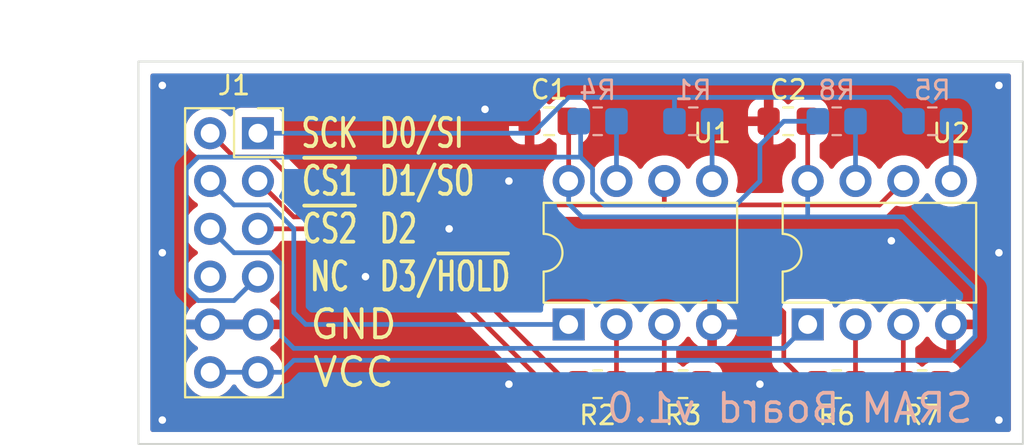
<source format=kicad_pcb>
(kicad_pcb (version 20211014) (generator pcbnew)
  (layers (0 "F.Cu" signal) (31 "B.Cu" signal) (34 "B.Paste" user) (35 "F.Paste" user) (36 "B.SilkS" user "B.Silkscreen") (37 "F.SilkS" user "F.Silkscreen") (38 "B.Mask" user) (39 "F.Mask" user) (44 "Edge.Cuts" user))
  (net 0 "")
  (net 1 "VCC")
  (net 2 "GND")
  (net 4 "Net-(U1-Pad5)")
  (net 5 "Net-(U1-Pad2)")
  (net 6 "Net-(U1-Pad3)")
  (net 7 "Net-(U1-Pad7)")
  (net 8 "Net-(R5-Pad2)")
  (net 9 "Net-(R6-Pad2)")
  (net 10 "Net-(R7-Pad2)")
  (net 11 "Net-(R8-Pad2)")
  (net 12 "/io0{slash}si")
  (net 13 "/io1{slash}so")
  (net 14 "/io2")
  (net 15 "/io3{slash}~{hold}")
  (net 16 "/sck")
  (net 17 "/cs1")
  (net 18 "/cs2")
  (footprint "Resistor_SMD:R_0805_2012Metric_Pad1.20x1.40mm_HandSolder" (layer "F.Cu") (at 152.13 92.075 180)
    (fp_text reference "R3" (at 0 -1.65) (layer "F.SilkS"))
    (fp_text value "1k")
    (fp_line (start -0.227064 -0.735) (end 0.227064 -0.735) (layer "F.SilkS") (width 0.12))
    (fp_line (start -0.227064 0.735) (end 0.227064 0.735) (layer "F.SilkS") (width 0.12))
    (pad "1" smd roundrect (at -1 0 180) (size 1.2 1.4) (layers "F.Cu" "F.Paste" "F.Mask") (roundrect_rratio 0.208333) (net 14 "/io2"))
    (pad "2" smd roundrect (at 1 0 180) (size 1.2 1.4) (layers "F.Cu" "F.Paste" "F.Mask") (roundrect_rratio 0.208333) (net 6 "Net-(U1-Pad3)"))
  )
  (footprint "ModifiedKiCadLibrary:DIP-8_W7.62mm_D1mm" (layer "F.Cu") (at 146.05 88.9 90)
    (fp_text reference "U1" (at 10.16 7.62 180) (layer "F.SilkS"))
    (fp_text value "23LC512")
    (fp_line (start 6.46 -1.33) (end 4.81 -1.33) (layer "F.SilkS") (width 0.12))
    (fp_line (start 1.16 8.95) (end 6.46 8.95) (layer "F.SilkS") (width 0.12))
    (fp_line (start 2.81 -1.33) (end 1.16 -1.33) (layer "F.SilkS") (width 0.12))
    (fp_line (start 6.46 8.95) (end 6.46 -1.33) (layer "F.SilkS") (width 0.12))
    (fp_line (start 1.16 -1.33) (end 1.16 8.95) (layer "F.SilkS") (width 0.12))
    (fp_arc (start 4.81 -1.33) (mid 3.81 -0.33) (end 2.81 -1.33) (layer "F.SilkS") (width 0.12))
    (pad "1" thru_hole rect (at 0 0 90) (size 1.7 1.7) (drill 1) (layers *.Cu *.Mask) (net 17 "/cs1"))
    (pad "2" thru_hole oval (at 0 2.54 90) (size 1.7 1.7) (drill 1) (layers *.Cu *.Mask) (net 5 "Net-(U1-Pad2)"))
    (pad "3" thru_hole oval (at 0 5.08 90) (size 1.7 1.7) (drill 1) (layers *.Cu *.Mask) (net 6 "Net-(U1-Pad3)"))
    (pad "4" thru_hole oval (at 0 7.62 90) (size 1.7 1.7) (drill 1) (layers *.Cu *.Mask) (net 2 "GND"))
    (pad "5" thru_hole oval (at 7.62 7.62 90) (size 1.7 1.7) (drill 1) (layers *.Cu *.Mask) (net 4 "Net-(U1-Pad5)"))
    (pad "6" thru_hole oval (at 7.62 5.08 90) (size 1.7 1.7) (drill 1) (layers *.Cu *.Mask) (net 16 "/sck"))
    (pad "7" thru_hole oval (at 7.62 2.54 90) (size 1.7 1.7) (drill 1) (layers *.Cu *.Mask) (net 7 "Net-(U1-Pad7)"))
    (pad "8" thru_hole oval (at 7.62 0 90) (size 1.7 1.7) (drill 1) (layers *.Cu *.Mask) (net 1 "VCC"))
  )
  (footprint "Resistor_SMD:R_0805_2012Metric_Pad1.20x1.40mm_HandSolder" (layer "F.Cu") (at 147.59 92.075)
    (fp_text reference "R2" (at 0 1.65) (layer "F.SilkS"))
    (fp_text value "1k")
    (fp_line (start -0.227064 0.735) (end 0.227064 0.735) (layer "F.SilkS") (width 0.12))
    (fp_line (start -0.227064 -0.735) (end 0.227064 -0.735) (layer "F.SilkS") (width 0.12))
    (pad "1" smd roundrect (at -1 0) (size 1.2 1.4) (layers "F.Cu" "F.Paste" "F.Mask") (roundrect_rratio 0.208333) (net 13 "/io1{slash}so"))
    (pad "2" smd roundrect (at 1 0) (size 1.2 1.4) (layers "F.Cu" "F.Paste" "F.Mask") (roundrect_rratio 0.208333) (net 5 "Net-(U1-Pad2)"))
  )
  (footprint "Capacitor_SMD:C_0805_2012Metric_Pad1.18x1.45mm_HandSolder" (layer "F.Cu") (at 157.7125 78.105 180)
    (fp_text reference "C2" (at 0 1.68) (layer "F.SilkS"))
    (fp_text value "0.1u")
    (fp_line (start -0.261252 -0.735) (end 0.261252 -0.735) (layer "F.SilkS") (width 0.12))
    (fp_line (start -0.261252 0.735) (end 0.261252 0.735) (layer "F.SilkS") (width 0.12))
    (pad "1" smd roundrect (at -1.0375 0 180) (size 1.175 1.45) (layers "F.Cu" "F.Paste" "F.Mask") (roundrect_rratio 0.212766) (net 1 "VCC"))
    (pad "2" smd roundrect (at 1.0375 0 180) (size 1.175 1.45) (layers "F.Cu" "F.Paste" "F.Mask") (roundrect_rratio 0.212766) (net 2 "GND"))
  )
  (footprint "Capacitor_SMD:C_0805_2012Metric_Pad1.18x1.45mm_HandSolder" (layer "F.Cu") (at 145.0125 78.105 180)
    (fp_text reference "C1" (at 0 1.68) (layer "F.SilkS"))
    (fp_text value "0.1u")
    (fp_line (start -0.261252 0.735) (end 0.261252 0.735) (layer "F.SilkS") (width 0.12))
    (fp_line (start -0.261252 -0.735) (end 0.261252 -0.735) (layer "F.SilkS") (width 0.12))
    (pad "1" smd roundrect (at -1.0375 0 180) (size 1.175 1.45) (layers "F.Cu" "F.Paste" "F.Mask") (roundrect_rratio 0.212766) (net 1 "VCC"))
    (pad "2" smd roundrect (at 1.0375 0 180) (size 1.175 1.45) (layers "F.Cu" "F.Paste" "F.Mask") (roundrect_rratio 0.212766) (net 2 "GND"))
  )
  (footprint "Resistor_SMD:R_0805_2012Metric_Pad1.20x1.40mm_HandSolder" (layer "F.Cu") (at 160.29 92.075)
    (fp_text reference "R6" (at 0 1.65) (layer "F.SilkS"))
    (fp_text value "1k")
    (fp_line (start -0.227064 0.735) (end 0.227064 0.735) (layer "F.SilkS") (width 0.12))
    (fp_line (start -0.227064 -0.735) (end 0.227064 -0.735) (layer "F.SilkS") (width 0.12))
    (pad "1" smd roundrect (at -1 0) (size 1.2 1.4) (layers "F.Cu" "F.Paste" "F.Mask") (roundrect_rratio 0.208333) (net 13 "/io1{slash}so"))
    (pad "2" smd roundrect (at 1 0) (size 1.2 1.4) (layers "F.Cu" "F.Paste" "F.Mask") (roundrect_rratio 0.208333) (net 9 "Net-(R6-Pad2)"))
  )
  (footprint "ModifiedKiCadLibrary:PinSocket_2x06_P2.54mm_Vertical_Top_Bottom" (layer "F.Cu") (at 129.54 78.74)
    (fp_text reference "J1" (at -1.27 -2.54) (layer "F.SilkS"))
    (fp_text value "Conn_02x06_Top_Bottom")
    (fp_line (start -3.87 -1.33) (end -3.87 14.03) (layer "F.SilkS") (width 0.12))
    (fp_line (start 1.33 -1.33) (end 1.33 0) (layer "F.SilkS") (width 0.12))
    (fp_line (start 1.33 1.27) (end 1.33 14.03) (layer "F.SilkS") (width 0.12))
    (fp_line (start -3.87 14.03) (end 1.33 14.03) (layer "F.SilkS") (width 0.12))
    (fp_line (start -3.87 -1.33) (end -1.27 -1.33) (layer "F.SilkS") (width 0.12))
    (fp_line (start -1.27 -1.33) (end -1.27 1.27) (layer "F.SilkS") (width 0.12))
    (fp_line (start 0 -1.33) (end 1.33 -1.33) (layer "F.SilkS") (width 0.12))
    (fp_line (start -1.27 1.27) (end 1.33 1.27) (layer "F.SilkS") (width 0.12))
    (pad "1" thru_hole rect (at 0 0) (size 1.7 1.7) (drill 1) (layers *.Cu *.Mask) (net 12 "/io0{slash}si"))
    (pad "2" thru_hole oval (at 0 2.54) (size 1.7 1.7) (drill 1) (layers *.Cu *.Mask) (net 13 "/io1{slash}so"))
    (pad "3" thru_hole oval (at 0 5.08) (size 1.7 1.7) (drill 1) (layers *.Cu *.Mask) (net 14 "/io2"))
    (pad "4" thru_hole oval (at 0 7.62) (size 1.7 1.7) (drill 1) (layers *.Cu *.Mask) (net 15 "/io3{slash}~{hold}"))
    (pad "5" thru_hole oval (at 0 10.16) (size 1.7 1.7) (drill 1) (layers *.Cu *.Mask) (net 2 "GND"))
    (pad "6" thru_hole oval (at 0 12.7) (size 1.7 1.7) (drill 1) (layers *.Cu *.Mask) (net 1 "VCC"))
    (pad "7" thru_hole oval (at -2.54 0) (size 1.7 1.7) (drill 1) (layers *.Cu *.Mask) (net 16 "/sck"))
    (pad "8" thru_hole oval (at -2.54 2.54) (size 1.7 1.7) (drill 1) (layers *.Cu *.Mask) (net 17 "/cs1"))
    (pad "9" thru_hole oval (at -2.54 5.08) (size 1.7 1.7) (drill 1) (layers *.Cu *.Mask) (net 18 "/cs2"))
    (pad "10" thru_hole oval (at -2.54 7.62) (size 1.7 1.7) (drill 1) (layers *.Cu *.Mask))
    (pad "11" thru_hole oval (at -2.54 10.16) (size 1.7 1.7) (drill 1) (layers *.Cu *.Mask) (net 2 "GND"))
    (pad "12" thru_hole oval (at -2.54 12.7) (size 1.7 1.7) (drill 1) (layers *.Cu *.Mask) (net 1 "VCC"))
  )
  (footprint "Resistor_SMD:R_0805_2012Metric_Pad1.20x1.40mm_HandSolder" (layer "F.Cu") (at 164.83 92.075 180)
    (fp_text reference "R7" (at 0 -1.65) (layer "F.SilkS"))
    (fp_text value "1k")
    (fp_line (start -0.227064 -0.735) (end 0.227064 -0.735) (layer "F.SilkS") (width 0.12))
    (fp_line (start -0.227064 0.735) (end 0.227064 0.735) (layer "F.SilkS") (width 0.12))
    (pad "1" smd roundrect (at -1 0 180) (size 1.2 1.4) (layers "F.Cu" "F.Paste" "F.Mask") (roundrect_rratio 0.208333) (net 14 "/io2"))
    (pad "2" smd roundrect (at 1 0 180) (size 1.2 1.4) (layers "F.Cu" "F.Paste" "F.Mask") (roundrect_rratio 0.208333) (net 10 "Net-(R7-Pad2)"))
  )
  (footprint "ModifiedKiCadLibrary:DIP-8_W7.62mm_D1mm" (layer "F.Cu") (at 158.75 88.9 90)
    (fp_text reference "U2" (at 10.16 7.62 180) (layer "F.SilkS"))
    (fp_text value "23LC512")
    (fp_line (start 1.16 8.95) (end 6.46 8.95) (layer "F.SilkS") (width 0.12))
    (fp_line (start 6.46 -1.33) (end 4.81 -1.33) (layer "F.SilkS") (width 0.12))
    (fp_line (start 6.46 8.95) (end 6.46 -1.33) (layer "F.SilkS") (width 0.12))
    (fp_line (start 2.81 -1.33) (end 1.16 -1.33) (layer "F.SilkS") (width 0.12))
    (fp_line (start 1.16 -1.33) (end 1.16 8.95) (layer "F.SilkS") (width 0.12))
    (fp_arc (start 4.81 -1.33) (mid 3.81 -0.33) (end 2.81 -1.33) (layer "F.SilkS") (width 0.12))
    (pad "1" thru_hole rect (at 0 0 90) (size 1.7 1.7) (drill 1) (layers *.Cu *.Mask) (net 18 "/cs2"))
    (pad "2" thru_hole oval (at 0 2.54 90) (size 1.7 1.7) (drill 1) (layers *.Cu *.Mask) (net 9 "Net-(R6-Pad2)"))
    (pad "3" thru_hole oval (at 0 5.08 90) (size 1.7 1.7) (drill 1) (layers *.Cu *.Mask) (net 10 "Net-(R7-Pad2)"))
    (pad "4" thru_hole oval (at 0 7.62 90) (size 1.7 1.7) (drill 1) (layers *.Cu *.Mask) (net 2 "GND"))
    (pad "5" thru_hole oval (at 7.62 7.62 90) (size 1.7 1.7) (drill 1) (layers *.Cu *.Mask) (net 8 "Net-(R5-Pad2)"))
    (pad "6" thru_hole oval (at 7.62 5.08 90) (size 1.7 1.7) (drill 1) (layers *.Cu *.Mask) (net 16 "/sck"))
    (pad "7" thru_hole oval (at 7.62 2.54 90) (size 1.7 1.7) (drill 1) (layers *.Cu *.Mask) (net 11 "Net-(R8-Pad2)"))
    (pad "8" thru_hole oval (at 7.62 0 90) (size 1.7 1.7) (drill 1) (layers *.Cu *.Mask) (net 1 "VCC"))
  )
  (footprint "Resistor_SMD:R_0805_2012Metric_Pad1.20x1.40mm_HandSolder" (layer "B.Cu") (at 160.29 78.105)
    (fp_text reference "R8" (at 0 -1.65) (layer "B.SilkS") (effects (justify mirror)))
    (fp_text value "1k")
    (fp_line (start -0.227064 -0.735) (end 0.227064 -0.735) (layer "B.SilkS") (width 0.12))
    (fp_line (start -0.227064 0.735) (end 0.227064 0.735) (layer "B.SilkS") (width 0.12))
    (pad "1" smd roundrect (at -1 0) (size 1.2 1.4) (layers "B.Cu" "B.Paste" "B.Mask") (roundrect_rratio 0.208333) (net 15 "/io3{slash}~{hold}"))
    (pad "2" smd roundrect (at 1 0) (size 1.2 1.4) (layers "B.Cu" "B.Paste" "B.Mask") (roundrect_rratio 0.208333) (net 11 "Net-(R8-Pad2)"))
  )
  (footprint "Resistor_SMD:R_0805_2012Metric_Pad1.20x1.40mm_HandSolder" (layer "B.Cu") (at 147.59 78.105)
    (fp_text reference "R4" (at 0 -1.65) (layer "B.SilkS") (effects (justify mirror)))
    (fp_text value "1k")
    (fp_line (start -0.227064 0.735) (end 0.227064 0.735) (layer "B.SilkS") (width 0.12))
    (fp_line (start -0.227064 -0.735) (end 0.227064 -0.735) (layer "B.SilkS") (width 0.12))
    (pad "1" smd roundrect (at -1 0) (size 1.2 1.4) (layers "B.Cu" "B.Paste" "B.Mask") (roundrect_rratio 0.208333) (net 15 "/io3{slash}~{hold}"))
    (pad "2" smd roundrect (at 1 0) (size 1.2 1.4) (layers "B.Cu" "B.Paste" "B.Mask") (roundrect_rratio 0.208333) (net 7 "Net-(U1-Pad7)"))
  )
  (footprint "Resistor_SMD:R_0805_2012Metric_Pad1.20x1.40mm_HandSolder" (layer "B.Cu") (at 152.67 78.105)
    (fp_text reference "R1" (at 0 -1.65) (layer "B.SilkS") (effects (justify mirror)))
    (fp_text value "1k")
    (fp_line (start -0.227064 0.735) (end 0.227064 0.735) (layer "B.SilkS") (width 0.12))
    (fp_line (start -0.227064 -0.735) (end 0.227064 -0.735) (layer "B.SilkS") (width 0.12))
    (pad "1" smd roundrect (at -1 0) (size 1.2 1.4) (layers "B.Cu" "B.Paste" "B.Mask") (roundrect_rratio 0.208333) (net 12 "/io0{slash}si"))
    (pad "2" smd roundrect (at 1 0) (size 1.2 1.4) (layers "B.Cu" "B.Paste" "B.Mask") (roundrect_rratio 0.208333) (net 4 "Net-(U1-Pad5)"))
  )
  (footprint "Resistor_SMD:R_0805_2012Metric_Pad1.20x1.40mm_HandSolder" (layer "B.Cu") (at 165.37 78.105)
    (fp_text reference "R5" (at 0 -1.65) (layer "B.SilkS") (effects (justify mirror)))
    (fp_text value "1k")
    (fp_line (start -0.227064 0.735) (end 0.227064 0.735) (layer "B.SilkS") (width 0.12))
    (fp_line (start -0.227064 -0.735) (end 0.227064 -0.735) (layer "B.SilkS") (width 0.12))
    (pad "1" smd roundrect (at -1 0) (size 1.2 1.4) (layers "B.Cu" "B.Paste" "B.Mask") (roundrect_rratio 0.208333) (net 12 "/io0{slash}si"))
    (pad "2" smd roundrect (at 1 0) (size 1.2 1.4) (layers "B.Cu" "B.Paste" "B.Mask") (roundrect_rratio 0.208333) (net 8 "Net-(R5-Pad2)"))
  )
  (gr_rect (start 123.19 74.93) (end 170.18 95.25) (layer "Edge.Cuts") (width 0.1) (fill none))
  (gr_text "SRAM Board v1.0" (at 167.64 93.345) (layer "B.SilkS") (effects (font (size 1.5 1.5) (thickness 0.2)) (justify left mirror)))
  (gr_text "D2" (at 135.89 83.82) (layer "F.SilkS") (effects (font (size 1.5 1) (thickness 0.2)) (justify left)))
  (gr_text "D0/SI" (at 135.89 78.74) (layer "F.SilkS") (effects (font (size 1.5 1) (thickness 0.2)) (justify left)))
  (gr_text "SCK" (at 133.35 78.74) (layer "F.SilkS") (effects (font (size 1.5 1) (thickness 0.2))))
  (gr_text "~{CS2}" (at 133.35 83.82) (layer "F.SilkS") (effects (font (size 1.5 1) (thickness 0.2))))
  (gr_text "GND" (at 134.62 88.9) (layer "F.SilkS") (effects (font (size 1.5 1.5) (thickness 0.2))))
  (gr_text "D3/~{HOLD}" (at 135.89 86.36) (layer "F.SilkS") (effects (font (size 1.5 1) (thickness 0.2)) (justify left)))
  (gr_text "D1/SO" (at 135.89 81.28) (layer "F.SilkS") (effects (font (size 1.5 1) (thickness 0.2)) (justify left)))
  (gr_text "NC" (at 133.35 86.36) (layer "F.SilkS") (effects (font (size 1.5 1) (thickness 0.2))))
  (gr_text "~{CS1}" (at 133.35 81.28) (layer "F.SilkS") (effects (font (size 1.5 1) (thickness 0.2))))
  (gr_text "VCC" (at 134.62 91.44) (layer "F.SilkS") (effects (font (size 1.5 1.5) (thickness 0.2))))
  (segment (start 146.05 78.105) (end 146.05 81.28) (width 0.25) (layer "F.Cu") (net 1))
  (segment (start 158.75 78.105) (end 158.75 81.28) (width 0.25) (layer "F.Cu") (net 1))
  (segment (start 158.75 83.185) (end 163.83 83.185) (width 0.25) (layer "B.Cu") (net 1))
  (segment (start 158.75 81.28) (end 158.75 83.185) (width 0.25) (layer "B.Cu") (net 1))
  (segment (start 146.752919 83.185) (end 158.75 83.185) (width 0.25) (layer "B.Cu") (net 1))
  (segment (start 167.64 89.535) (end 166.37 90.805) (width 0.25) (layer "B.Cu") (net 1))
  (segment (start 129.54 91.44) (end 130.81 91.44) (width 0.25) (layer "B.Cu") (net 1))
  (segment (start 167.64 86.995) (end 167.64 89.535) (width 0.25) (layer "B.Cu") (net 1))
  (segment (start 166.37 90.805) (end 131.445 90.805) (width 0.25) (layer "B.Cu") (net 1))
  (segment (start 127 91.44) (end 129.54 91.44) (width 0.25) (layer "B.Cu") (net 1))
  (segment (start 163.83 83.185) (end 167.64 86.995) (width 0.25) (layer "B.Cu") (net 1))
  (segment (start 130.81 91.44) (end 131.445 90.805) (width 0.25) (layer "B.Cu") (net 1))
  (segment (start 146.05 82.482081) (end 146.752919 83.185) (width 0.25) (layer "B.Cu") (net 1))
  (segment (start 146.05 81.28) (end 146.05 82.482081) (width 0.25) (layer "B.Cu") (net 1))
  (via (at 168.91 85.09) (size 0.8) (drill 0.4) (layers "F.Cu" "B.Cu") (net 2))
  (via (at 142.875 81.28) (size 0.8) (drill 0.4) (layers "F.Cu" "B.Cu") (net 2))
  (via (at 124.46 85.09) (size 0.8) (drill 0.4) (layers "F.Cu" "B.Cu") (net 2))
  (via (at 168.91 76.2) (size 0.8) (drill 0.4) (layers "F.Cu" "B.Cu") (net 2))
  (via (at 139.7 83.82) (size 0.8) (drill 0.4) (layers "F.Cu" "B.Cu") (net 2))
  (via (at 141.605 77.47) (size 0.8) (drill 0.4) (layers "F.Cu" "B.Cu") (net 2))
  (via (at 124.46 93.98) (size 0.8) (drill 0.4) (layers "F.Cu" "B.Cu") (net 2))
  (via (at 135.255 86.36) (size 0.8) (drill 0.4) (layers "F.Cu" "B.Cu") (net 2))
  (via (at 124.46 76.2) (size 0.8) (drill 0.4) (layers "F.Cu" "B.Cu") (net 2))
  (via (at 142.875 92.075) (size 0.8) (drill 0.4) (layers "F.Cu" "B.Cu") (net 2))
  (via (at 156.21 92.075) (size 0.8) (drill 0.4) (layers "F.Cu" "B.Cu") (net 2))
  (via (at 168.91 93.98) (size 0.8) (drill 0.4) (layers "F.Cu" "B.Cu") (net 2))
  (via (at 163.195 84.455) (size 0.8) (drill 0.4) (layers "F.Cu" "B.Cu") (net 2))
  (segment (start 153.67 78.105) (end 153.67 81.28) (width 0.25) (layer "B.Cu") (net 4))
  (segment (start 148.59 88.9) (end 148.59 92.075) (width 0.25) (layer "F.Cu") (net 5))
  (segment (start 151.13 92.075) (end 151.13 88.9) (width 0.25) (layer "F.Cu") (net 6))
  (segment (start 148.59 78.105) (end 148.59 81.28) (width 0.25) (layer "B.Cu") (net 7))
  (segment (start 166.37 78.105) (end 166.37 81.28) (width 0.25) (layer "B.Cu") (net 8))
  (segment (start 161.29 88.9) (end 161.29 92.075) (width 0.25) (layer "F.Cu") (net 9))
  (segment (start 163.83 88.9) (end 163.83 92.075) (width 0.25) (layer "F.Cu") (net 10))
  (segment (start 161.29 78.105) (end 161.29 81.28) (width 0.25) (layer "B.Cu") (net 11))
  (segment (start 151.67 78.105) (end 151.67 76.835) (width 0.25) (layer "B.Cu") (net 12))
  (segment (start 163.1 76.835) (end 164.37 78.105) (width 0.25) (layer "B.Cu") (net 12))
  (segment (start 144.145 78.74) (end 146.05 76.835) (width 0.25) (layer "B.Cu") (net 12))
  (segment (start 129.54 78.74) (end 144.145 78.74) (width 0.25) (layer "B.Cu") (net 12))
  (segment (start 146.05 76.835) (end 163.1 76.835) (width 0.25) (layer "B.Cu") (net 12))
  (segment (start 131.445 83.185) (end 129.54 81.28) (width 0.25) (layer "F.Cu") (net 13))
  (segment (start 146.59 92.075) (end 146.05 92.075) (width 0.25) (layer "F.Cu") (net 13))
  (segment (start 137.16 83.185) (end 136.525 83.185) (width 0.25) (layer "F.Cu") (net 13))
  (segment (start 157.48 88.265) (end 157.48 90.805) (width 0.25) (layer "F.Cu") (net 13))
  (segment (start 146.05 92.075) (end 144.78 90.805) (width 0.25) (layer "F.Cu") (net 13))
  (segment (start 158.75 92.075) (end 159.29 92.075) (width 0.25) (layer "F.Cu") (net 13))
  (segment (start 141.605 87.63) (end 156.845 87.63) (width 0.25) (layer "F.Cu") (net 13))
  (segment (start 131.445 83.185) (end 136.525 83.185) (width 0.25) (layer "F.Cu") (net 13))
  (segment (start 157.48 90.805) (end 158.75 92.075) (width 0.25) (layer "F.Cu") (net 13))
  (segment (start 156.845 87.63) (end 157.48 88.265) (width 0.25) (layer "F.Cu") (net 13))
  (segment (start 144.78 90.805) (end 137.16 83.185) (width 0.25) (layer "F.Cu") (net 13))
  (segment (start 165.1 93.345) (end 146.05 93.345) (width 0.25) (layer "F.Cu") (net 14))
  (segment (start 153.13 92.075) (end 153.13 93.345) (width 0.25) (layer "F.Cu") (net 14))
  (segment (start 165.83 92.075) (end 165.83 92.615) (width 0.25) (layer "F.Cu") (net 14))
  (segment (start 165.83 92.615) (end 165.1 93.345) (width 0.25) (layer "F.Cu") (net 14))
  (segment (start 136.525 83.82) (end 146.05 93.345) (width 0.25) (layer "F.Cu") (net 14))
  (segment (start 129.54 83.82) (end 136.525 83.82) (width 0.25) (layer "F.Cu") (net 14))
  (segment (start 156.21 79.375) (end 157.48 78.105) (width 0.25) (layer "B.Cu") (net 15))
  (segment (start 130.81 80.01) (end 146.685 80.01) (width 0.25) (layer "B.Cu") (net 15))
  (segment (start 147.32 80.645) (end 147.32 81.915) (width 0.25) (layer "B.Cu") (net 15))
  (segment (start 125.73 86.995) (end 125.73 80.645) (width 0.25) (layer "B.Cu") (net 15))
  (segment (start 146.685 80.01) (end 147.32 80.645) (width 0.25) (layer "B.Cu") (net 15))
  (segment (start 146.685 78.2) (end 146.59 78.105) (width 0.25) (layer "B.Cu") (net 15))
  (segment (start 156.21 81.28) (end 156.21 79.375) (width 0.25) (layer "B.Cu") (net 15))
  (segment (start 146.685 80.01) (end 146.685 78.2) (width 0.25) (layer "B.Cu") (net 15))
  (segment (start 147.955 82.55) (end 154.94 82.55) (width 0.25) (layer "B.Cu") (net 15))
  (segment (start 154.94 82.55) (end 156.21 81.28) (width 0.25) (layer "B.Cu") (net 15))
  (segment (start 129.54 86.36) (end 128.27 87.63) (width 0.25) (layer "B.Cu") (net 15))
  (segment (start 126.365 87.63) (end 125.73 86.995) (width 0.25) (layer "B.Cu") (net 15))
  (segment (start 157.48 78.105) (end 159.29 78.105) (width 0.25) (layer "B.Cu") (net 15))
  (segment (start 147.32 81.915) (end 147.955 82.55) (width 0.25) (layer "B.Cu") (net 15))
  (segment (start 125.73 80.645) (end 126.365 80.01) (width 0.25) (layer "B.Cu") (net 15))
  (segment (start 126.365 80.01) (end 130.81 80.01) (width 0.25) (layer "B.Cu") (net 15))
  (segment (start 128.27 87.63) (end 126.365 87.63) (width 0.25) (layer "B.Cu") (net 15))
  (segment (start 132.715 82.55) (end 130.175 80.01) (width 0.25) (layer "F.Cu") (net 16))
  (segment (start 130.175 80.01) (end 128.27 80.01) (width 0.25) (layer "F.Cu") (net 16))
  (segment (start 163.83 81.28) (end 162.56 82.55) (width 0.25) (layer "F.Cu") (net 16))
  (segment (start 151.13 82.55) (end 132.715 82.55) (width 0.25) (layer "F.Cu") (net 16))
  (segment (start 162.56 82.55) (end 151.13 82.55) (width 0.25) (layer "F.Cu") (net 16))
  (segment (start 151.13 81.28) (end 151.13 82.55) (width 0.25) (layer "F.Cu") (net 16))
  (segment (start 128.27 80.01) (end 127 78.74) (width 0.25) (layer "F.Cu") (net 16))
  (segment (start 128.27 82.55) (end 130.175 82.55) (width 0.25) (layer "B.Cu") (net 17))
  (segment (start 132.08 88.9) (end 146.05 88.9) (width 0.25) (layer "B.Cu") (net 17))
  (segment (start 127 81.28) (end 128.27 82.55) (width 0.25) (layer "B.Cu") (net 17))
  (segment (start 131.445 88.265) (end 132.08 88.9) (width 0.25) (layer "B.Cu") (net 17))
  (segment (start 131.445 83.82) (end 131.445 88.265) (width 0.25) (layer "B.Cu") (net 17))
  (segment (start 130.175 82.55) (end 131.445 83.82) (width 0.25) (layer "B.Cu") (net 17))
  (segment (start 131.445 90.17) (end 157.48 90.17) (width 0.25) (layer "B.Cu") (net 18))
  (segment (start 130.81 89.535) (end 131.445 90.17) (width 0.25) (layer "B.Cu") (net 18))
  (segment (start 127 83.82) (end 128.27 85.09) (width 0.25) (layer "B.Cu") (net 18))
  (segment (start 130.175 85.09) (end 130.81 85.725) (width 0.25) (layer "B.Cu") (net 18))
  (segment (start 157.48 90.17) (end 158.75 88.9) (width 0.25) (layer "B.Cu") (net 18))
  (segment (start 130.81 85.725) (end 130.81 89.535) (width 0.25) (layer "B.Cu") (net 18))
  (segment (start 128.27 85.09) (end 130.175 85.09) (width 0.25) (layer "B.Cu") (net 18))
  (zone (net 2) (net_name "GND") (layers F&B.Cu) (connect_pads (clearance 0.508)) (min_thickness 0.254) (fill yes (thermal_gap 0.508) (thermal_bridge_width 0.508))
    (polygon (pts (xy 169.545 94.615) (xy 123.825 94.615) (xy 123.825 75.565) (xy 169.545 75.565)))
  )
)
</source>
